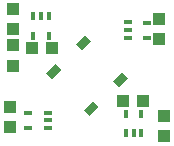
<source format=gtp>
G75*
%MOIN*%
%OFA0B0*%
%FSLAX25Y25*%
%IPPOS*%
%LPD*%
%AMOC8*
5,1,8,0,0,1.08239X$1,22.5*
%
%ADD10R,0.04331X0.02756*%
%ADD11R,0.01575X0.02953*%
%ADD12R,0.01300X0.02700*%
%ADD13R,0.03937X0.04331*%
%ADD14R,0.02953X0.01575*%
%ADD15R,0.02700X0.01300*%
%ADD16R,0.04331X0.03937*%
D10*
G36*
X0079024Y0043979D02*
X0082085Y0047040D01*
X0084034Y0045091D01*
X0080973Y0042030D01*
X0079024Y0043979D01*
G37*
G36*
X0088768Y0053723D02*
X0091829Y0056784D01*
X0093778Y0054835D01*
X0090717Y0051774D01*
X0088768Y0053723D01*
G37*
G36*
X0101156Y0041335D02*
X0104217Y0044396D01*
X0106166Y0042447D01*
X0103105Y0039386D01*
X0101156Y0041335D01*
G37*
G36*
X0091412Y0031591D02*
X0094473Y0034652D01*
X0096422Y0032703D01*
X0093361Y0029642D01*
X0091412Y0031591D01*
G37*
D11*
X0105490Y0030436D03*
X0110608Y0030436D03*
X0079799Y0056403D03*
X0074681Y0056403D03*
D12*
X0074590Y0062901D03*
X0077240Y0062901D03*
X0079890Y0062901D03*
X0105399Y0023938D03*
X0108049Y0023938D03*
X0110699Y0023938D03*
D13*
X0066888Y0026131D03*
X0066888Y0032824D03*
X0068032Y0046538D03*
X0068032Y0053231D03*
X0067957Y0058549D03*
X0067957Y0065242D03*
X0116650Y0062189D03*
X0116650Y0055497D03*
X0118264Y0029730D03*
X0118264Y0023038D03*
D14*
X0112636Y0055719D03*
X0112636Y0060837D03*
X0072877Y0030772D03*
X0072877Y0025654D03*
D15*
X0079375Y0025563D03*
X0079375Y0028213D03*
X0079375Y0030863D03*
X0106138Y0055628D03*
X0106138Y0058278D03*
X0106138Y0060928D03*
D16*
X0080950Y0052317D03*
X0074257Y0052317D03*
X0104642Y0034746D03*
X0111335Y0034746D03*
M02*

</source>
